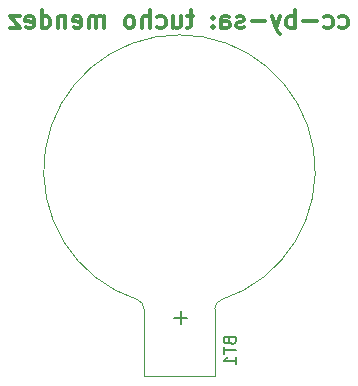
<source format=gbr>
G04 #@! TF.FileFunction,Legend,Bot*
%FSLAX46Y46*%
G04 Gerber Fmt 4.6, Leading zero omitted, Abs format (unit mm)*
G04 Created by KiCad (PCBNEW 4.0.7-e2-6376~58~ubuntu17.04.1) date Wed May 23 19:48:23 2018*
%MOMM*%
%LPD*%
G01*
G04 APERTURE LIST*
%ADD10C,0.100000*%
%ADD11C,0.300000*%
%ADD12C,0.120000*%
%ADD13C,0.150000*%
G04 APERTURE END LIST*
D10*
D11*
X169745714Y-99667143D02*
X169888571Y-99738571D01*
X170174285Y-99738571D01*
X170317143Y-99667143D01*
X170388571Y-99595714D01*
X170460000Y-99452857D01*
X170460000Y-99024286D01*
X170388571Y-98881429D01*
X170317143Y-98810000D01*
X170174285Y-98738571D01*
X169888571Y-98738571D01*
X169745714Y-98810000D01*
X168460000Y-99667143D02*
X168602857Y-99738571D01*
X168888571Y-99738571D01*
X169031429Y-99667143D01*
X169102857Y-99595714D01*
X169174286Y-99452857D01*
X169174286Y-99024286D01*
X169102857Y-98881429D01*
X169031429Y-98810000D01*
X168888571Y-98738571D01*
X168602857Y-98738571D01*
X168460000Y-98810000D01*
X167817143Y-99167143D02*
X166674286Y-99167143D01*
X165960000Y-99738571D02*
X165960000Y-98238571D01*
X165960000Y-98810000D02*
X165817143Y-98738571D01*
X165531429Y-98738571D01*
X165388572Y-98810000D01*
X165317143Y-98881429D01*
X165245714Y-99024286D01*
X165245714Y-99452857D01*
X165317143Y-99595714D01*
X165388572Y-99667143D01*
X165531429Y-99738571D01*
X165817143Y-99738571D01*
X165960000Y-99667143D01*
X164745714Y-98738571D02*
X164388571Y-99738571D01*
X164031429Y-98738571D02*
X164388571Y-99738571D01*
X164531429Y-100095714D01*
X164602857Y-100167143D01*
X164745714Y-100238571D01*
X163460000Y-99167143D02*
X162317143Y-99167143D01*
X161674286Y-99667143D02*
X161531429Y-99738571D01*
X161245714Y-99738571D01*
X161102857Y-99667143D01*
X161031429Y-99524286D01*
X161031429Y-99452857D01*
X161102857Y-99310000D01*
X161245714Y-99238571D01*
X161460000Y-99238571D01*
X161602857Y-99167143D01*
X161674286Y-99024286D01*
X161674286Y-98952857D01*
X161602857Y-98810000D01*
X161460000Y-98738571D01*
X161245714Y-98738571D01*
X161102857Y-98810000D01*
X159745714Y-99738571D02*
X159745714Y-98952857D01*
X159817143Y-98810000D01*
X159960000Y-98738571D01*
X160245714Y-98738571D01*
X160388571Y-98810000D01*
X159745714Y-99667143D02*
X159888571Y-99738571D01*
X160245714Y-99738571D01*
X160388571Y-99667143D01*
X160460000Y-99524286D01*
X160460000Y-99381429D01*
X160388571Y-99238571D01*
X160245714Y-99167143D01*
X159888571Y-99167143D01*
X159745714Y-99095714D01*
X159031428Y-99595714D02*
X158960000Y-99667143D01*
X159031428Y-99738571D01*
X159102857Y-99667143D01*
X159031428Y-99595714D01*
X159031428Y-99738571D01*
X159031428Y-98810000D02*
X158960000Y-98881429D01*
X159031428Y-98952857D01*
X159102857Y-98881429D01*
X159031428Y-98810000D01*
X159031428Y-98952857D01*
X157388571Y-98738571D02*
X156817142Y-98738571D01*
X157174285Y-98238571D02*
X157174285Y-99524286D01*
X157102857Y-99667143D01*
X156959999Y-99738571D01*
X156817142Y-99738571D01*
X155674285Y-98738571D02*
X155674285Y-99738571D01*
X156317142Y-98738571D02*
X156317142Y-99524286D01*
X156245714Y-99667143D01*
X156102856Y-99738571D01*
X155888571Y-99738571D01*
X155745714Y-99667143D01*
X155674285Y-99595714D01*
X154317142Y-99667143D02*
X154459999Y-99738571D01*
X154745713Y-99738571D01*
X154888571Y-99667143D01*
X154959999Y-99595714D01*
X155031428Y-99452857D01*
X155031428Y-99024286D01*
X154959999Y-98881429D01*
X154888571Y-98810000D01*
X154745713Y-98738571D01*
X154459999Y-98738571D01*
X154317142Y-98810000D01*
X153674285Y-99738571D02*
X153674285Y-98238571D01*
X153031428Y-99738571D02*
X153031428Y-98952857D01*
X153102857Y-98810000D01*
X153245714Y-98738571D01*
X153459999Y-98738571D01*
X153602857Y-98810000D01*
X153674285Y-98881429D01*
X152102856Y-99738571D02*
X152245714Y-99667143D01*
X152317142Y-99595714D01*
X152388571Y-99452857D01*
X152388571Y-99024286D01*
X152317142Y-98881429D01*
X152245714Y-98810000D01*
X152102856Y-98738571D01*
X151888571Y-98738571D01*
X151745714Y-98810000D01*
X151674285Y-98881429D01*
X151602856Y-99024286D01*
X151602856Y-99452857D01*
X151674285Y-99595714D01*
X151745714Y-99667143D01*
X151888571Y-99738571D01*
X152102856Y-99738571D01*
X149817142Y-99738571D02*
X149817142Y-98738571D01*
X149817142Y-98881429D02*
X149745714Y-98810000D01*
X149602856Y-98738571D01*
X149388571Y-98738571D01*
X149245714Y-98810000D01*
X149174285Y-98952857D01*
X149174285Y-99738571D01*
X149174285Y-98952857D02*
X149102856Y-98810000D01*
X148959999Y-98738571D01*
X148745714Y-98738571D01*
X148602856Y-98810000D01*
X148531428Y-98952857D01*
X148531428Y-99738571D01*
X147245714Y-99667143D02*
X147388571Y-99738571D01*
X147674285Y-99738571D01*
X147817142Y-99667143D01*
X147888571Y-99524286D01*
X147888571Y-98952857D01*
X147817142Y-98810000D01*
X147674285Y-98738571D01*
X147388571Y-98738571D01*
X147245714Y-98810000D01*
X147174285Y-98952857D01*
X147174285Y-99095714D01*
X147888571Y-99238571D01*
X146531428Y-98738571D02*
X146531428Y-99738571D01*
X146531428Y-98881429D02*
X146460000Y-98810000D01*
X146317142Y-98738571D01*
X146102857Y-98738571D01*
X145960000Y-98810000D01*
X145888571Y-98952857D01*
X145888571Y-99738571D01*
X144531428Y-99738571D02*
X144531428Y-98238571D01*
X144531428Y-99667143D02*
X144674285Y-99738571D01*
X144959999Y-99738571D01*
X145102857Y-99667143D01*
X145174285Y-99595714D01*
X145245714Y-99452857D01*
X145245714Y-99024286D01*
X145174285Y-98881429D01*
X145102857Y-98810000D01*
X144959999Y-98738571D01*
X144674285Y-98738571D01*
X144531428Y-98810000D01*
X143245714Y-99667143D02*
X143388571Y-99738571D01*
X143674285Y-99738571D01*
X143817142Y-99667143D01*
X143888571Y-99524286D01*
X143888571Y-98952857D01*
X143817142Y-98810000D01*
X143674285Y-98738571D01*
X143388571Y-98738571D01*
X143245714Y-98810000D01*
X143174285Y-98952857D01*
X143174285Y-99095714D01*
X143888571Y-99238571D01*
X142674285Y-98738571D02*
X141888571Y-98738571D01*
X142674285Y-99738571D01*
X141888571Y-99738571D01*
D12*
X156255281Y-100304329D02*
G75*
G03X152710000Y-122750000I-45281J-11495671D01*
G01*
X152683616Y-122748246D02*
G75*
G02X153210000Y-123500000I-273616J-751754D01*
G01*
X156164719Y-100304329D02*
G75*
G02X159710000Y-122750000I45281J-11495671D01*
G01*
X159736384Y-122748246D02*
G75*
G03X159210000Y-123500000I273616J-751754D01*
G01*
X159210000Y-129200000D02*
X159210000Y-123500000D01*
X153210000Y-129200000D02*
X159210000Y-129200000D01*
X153210000Y-129200000D02*
X153210000Y-123500000D01*
D13*
X160438571Y-126214286D02*
X160486190Y-126357143D01*
X160533810Y-126404762D01*
X160629048Y-126452381D01*
X160771905Y-126452381D01*
X160867143Y-126404762D01*
X160914762Y-126357143D01*
X160962381Y-126261905D01*
X160962381Y-125880952D01*
X159962381Y-125880952D01*
X159962381Y-126214286D01*
X160010000Y-126309524D01*
X160057619Y-126357143D01*
X160152857Y-126404762D01*
X160248095Y-126404762D01*
X160343333Y-126357143D01*
X160390952Y-126309524D01*
X160438571Y-126214286D01*
X160438571Y-125880952D01*
X159962381Y-126738095D02*
X159962381Y-127309524D01*
X160962381Y-127023809D02*
X159962381Y-127023809D01*
X160962381Y-128166667D02*
X160962381Y-127595238D01*
X160962381Y-127880952D02*
X159962381Y-127880952D01*
X160105238Y-127785714D01*
X160200476Y-127690476D01*
X160248095Y-127595238D01*
X156317143Y-123678572D02*
X156317143Y-124821429D01*
X156888571Y-124250000D02*
X155745714Y-124250000D01*
M02*

</source>
